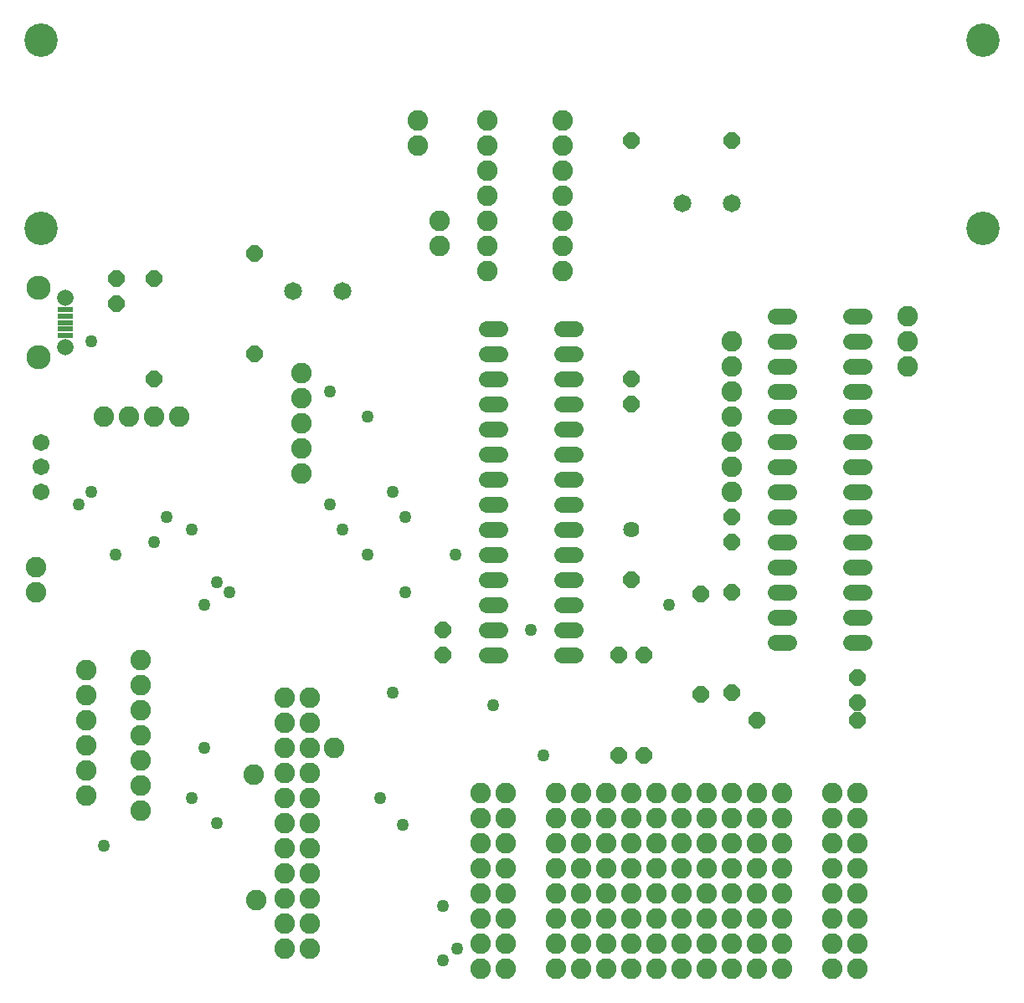
<source format=gts>
G04 EAGLE Gerber RS-274X export*
G75*
%MOMM*%
%FSLAX34Y34*%
%LPD*%
%INTop Soldermask*%
%IPPOS*%
%AMOC8*
5,1,8,0,0,1.08239X$1,22.5*%
G01*
%ADD10C,3.378200*%
%ADD11C,2.082800*%
%ADD12P,1.759533X8X292.500000*%
%ADD13C,1.625600*%
%ADD14P,1.759533X8X112.500000*%
%ADD15P,1.759533X8X22.500000*%
%ADD16P,1.759533X8X202.500000*%
%ADD17R,1.553200X0.603200*%
%ADD18C,1.662800*%
%ADD19C,2.453200*%
%ADD20C,1.812800*%
%ADD21C,1.712800*%
%ADD22C,1.625600*%
%ADD23C,1.261200*%


D10*
X25400Y965200D03*
X25400Y774700D03*
X977900Y965200D03*
X977900Y774700D03*
D11*
X20320Y406400D03*
X20320Y431800D03*
D12*
X622300Y622300D03*
X622300Y596900D03*
X431800Y368300D03*
X431800Y342900D03*
D13*
X622300Y469900D03*
D12*
X622300Y419100D03*
X723900Y482600D03*
X723900Y457200D03*
D11*
X406400Y858520D03*
X406400Y883920D03*
X723900Y558800D03*
X723900Y533400D03*
X723900Y508000D03*
X901700Y685800D03*
X901700Y660400D03*
X901700Y635000D03*
X427990Y756920D03*
X427990Y782320D03*
X242570Y95250D03*
X240030Y222250D03*
X321310Y248920D03*
X723900Y660400D03*
X723900Y635000D03*
X723900Y609600D03*
X723900Y584200D03*
D14*
X101600Y698500D03*
X101600Y723900D03*
D12*
X850900Y320040D03*
X850900Y294640D03*
D14*
X139700Y622300D03*
X139700Y723900D03*
D12*
X241300Y749300D03*
X241300Y647700D03*
X723900Y406400D03*
X723900Y304800D03*
X692150Y405130D03*
X692150Y303530D03*
D15*
X749300Y276860D03*
X850900Y276860D03*
D16*
X723900Y863600D03*
X622300Y863600D03*
D12*
X609600Y342900D03*
X609600Y241300D03*
X635000Y342900D03*
X635000Y241300D03*
D17*
X49860Y692450D03*
X49860Y685950D03*
X49860Y679450D03*
X49860Y672950D03*
X49860Y666450D03*
D18*
X49860Y704450D03*
X49860Y654450D03*
D19*
X22860Y714450D03*
X22860Y644450D03*
D20*
X723500Y800100D03*
X673500Y800100D03*
D11*
X476250Y883920D03*
X476250Y858520D03*
X476250Y833120D03*
X476250Y807720D03*
X476250Y782320D03*
X476250Y756920D03*
X476250Y731520D03*
X552450Y883920D03*
X552450Y858520D03*
X552450Y833120D03*
X552450Y807720D03*
X552450Y782320D03*
X552450Y756920D03*
X552450Y731520D03*
X297180Y45720D03*
X297180Y71120D03*
X297180Y96520D03*
X297180Y121920D03*
X297180Y147320D03*
X297180Y172720D03*
X297180Y198120D03*
X297180Y223520D03*
X297180Y248920D03*
X297180Y274320D03*
X297180Y299720D03*
X271780Y299720D03*
X271780Y274320D03*
X271780Y248920D03*
X271780Y223520D03*
X271780Y198120D03*
X271780Y172720D03*
X271780Y147320D03*
X271780Y121920D03*
X271780Y96520D03*
X271780Y71120D03*
X271780Y45720D03*
D21*
X25400Y558400D03*
X25400Y533400D03*
X25400Y508400D03*
D11*
X88900Y584200D03*
X114300Y584200D03*
X139700Y584200D03*
X165100Y584200D03*
D22*
X475488Y673100D02*
X489712Y673100D01*
X489712Y647700D02*
X475488Y647700D01*
X475488Y622300D02*
X489712Y622300D01*
X489712Y596900D02*
X475488Y596900D01*
X475488Y571500D02*
X489712Y571500D01*
X489712Y546100D02*
X475488Y546100D01*
X475488Y520700D02*
X489712Y520700D01*
X489712Y495300D02*
X475488Y495300D01*
X475488Y469900D02*
X489712Y469900D01*
X489712Y444500D02*
X475488Y444500D01*
X475488Y419100D02*
X489712Y419100D01*
X489712Y393700D02*
X475488Y393700D01*
X475488Y368300D02*
X489712Y368300D01*
X489712Y342900D02*
X475488Y342900D01*
X551688Y342900D02*
X565912Y342900D01*
X565912Y368300D02*
X551688Y368300D01*
X551688Y393700D02*
X565912Y393700D01*
X565912Y419100D02*
X551688Y419100D01*
X551688Y444500D02*
X565912Y444500D01*
X565912Y469900D02*
X551688Y469900D01*
X551688Y495300D02*
X565912Y495300D01*
X565912Y520700D02*
X551688Y520700D01*
X551688Y546100D02*
X565912Y546100D01*
X565912Y571500D02*
X551688Y571500D01*
X551688Y596900D02*
X565912Y596900D01*
X565912Y622300D02*
X551688Y622300D01*
X551688Y647700D02*
X565912Y647700D01*
X565912Y673100D02*
X551688Y673100D01*
D11*
X288290Y628650D03*
X288290Y603250D03*
X288290Y577850D03*
X288290Y552450D03*
X288290Y527050D03*
D20*
X329800Y711200D03*
X279800Y711200D03*
D11*
X71120Y327660D03*
X71120Y302260D03*
X71120Y276860D03*
X71120Y251460D03*
X71120Y226060D03*
X71120Y200660D03*
X125730Y337820D03*
X125730Y312420D03*
X125730Y287020D03*
X125730Y261620D03*
X125730Y236220D03*
X125730Y210820D03*
X125730Y185420D03*
D22*
X767588Y685800D02*
X781812Y685800D01*
X781812Y660400D02*
X767588Y660400D01*
X767588Y635000D02*
X781812Y635000D01*
X781812Y609600D02*
X767588Y609600D01*
X767588Y584200D02*
X781812Y584200D01*
X781812Y558800D02*
X767588Y558800D01*
X767588Y533400D02*
X781812Y533400D01*
X781812Y508000D02*
X767588Y508000D01*
X767588Y482600D02*
X781812Y482600D01*
X781812Y457200D02*
X767588Y457200D01*
X767588Y431800D02*
X781812Y431800D01*
X781812Y406400D02*
X767588Y406400D01*
X767588Y381000D02*
X781812Y381000D01*
X781812Y355600D02*
X767588Y355600D01*
X843788Y355600D02*
X858012Y355600D01*
X858012Y381000D02*
X843788Y381000D01*
X843788Y406400D02*
X858012Y406400D01*
X858012Y431800D02*
X843788Y431800D01*
X843788Y457200D02*
X858012Y457200D01*
X858012Y482600D02*
X843788Y482600D01*
X843788Y508000D02*
X858012Y508000D01*
X858012Y533400D02*
X843788Y533400D01*
X843788Y558800D02*
X858012Y558800D01*
X858012Y584200D02*
X843788Y584200D01*
X843788Y609600D02*
X858012Y609600D01*
X858012Y635000D02*
X843788Y635000D01*
X843788Y660400D02*
X858012Y660400D01*
X858012Y685800D02*
X843788Y685800D01*
D11*
X546100Y25400D03*
X546100Y50800D03*
X546100Y76200D03*
X546100Y101600D03*
X546100Y127000D03*
X546100Y152400D03*
X546100Y177800D03*
X546100Y203200D03*
X571500Y25400D03*
X571500Y50800D03*
X571500Y76200D03*
X571500Y101600D03*
X571500Y127000D03*
X571500Y152400D03*
X571500Y177800D03*
X571500Y203200D03*
X596900Y25400D03*
X596900Y50800D03*
X596900Y76200D03*
X596900Y101600D03*
X596900Y127000D03*
X596900Y152400D03*
X596900Y177800D03*
X596900Y203200D03*
X622300Y25400D03*
X622300Y50800D03*
X622300Y76200D03*
X622300Y101600D03*
X622300Y127000D03*
X622300Y152400D03*
X622300Y177800D03*
X622300Y203200D03*
X647700Y25400D03*
X647700Y50800D03*
X647700Y76200D03*
X647700Y101600D03*
X647700Y127000D03*
X647700Y152400D03*
X647700Y177800D03*
X647700Y203200D03*
X673100Y25400D03*
X673100Y50800D03*
X673100Y76200D03*
X673100Y101600D03*
X673100Y127000D03*
X673100Y152400D03*
X673100Y177800D03*
X673100Y203200D03*
X698500Y25400D03*
X698500Y50800D03*
X698500Y76200D03*
X698500Y101600D03*
X698500Y127000D03*
X698500Y152400D03*
X698500Y177800D03*
X698500Y203200D03*
X723900Y25400D03*
X723900Y50800D03*
X723900Y76200D03*
X723900Y101600D03*
X723900Y127000D03*
X723900Y152400D03*
X723900Y177800D03*
X723900Y203200D03*
X749300Y25400D03*
X749300Y50800D03*
X749300Y76200D03*
X749300Y101600D03*
X749300Y127000D03*
X749300Y152400D03*
X749300Y177800D03*
X749300Y203200D03*
X774700Y25400D03*
X774700Y50800D03*
X774700Y76200D03*
X774700Y101600D03*
X774700Y127000D03*
X774700Y152400D03*
X774700Y177800D03*
X774700Y203200D03*
X850900Y25400D03*
X850900Y50800D03*
X850900Y76200D03*
X850900Y101600D03*
X850900Y127000D03*
X850900Y152400D03*
X850900Y177800D03*
X850900Y203200D03*
X495300Y25400D03*
X495300Y50800D03*
X495300Y76200D03*
X495300Y101600D03*
X495300Y127000D03*
X495300Y152400D03*
X495300Y177800D03*
X495300Y203200D03*
X825500Y25400D03*
X825500Y50800D03*
X825500Y76200D03*
X825500Y101600D03*
X825500Y127000D03*
X825500Y152400D03*
X825500Y177800D03*
X825500Y203200D03*
X469900Y25400D03*
X469900Y50800D03*
X469900Y76200D03*
X469900Y101600D03*
X469900Y127000D03*
X469900Y152400D03*
X469900Y177800D03*
X469900Y203200D03*
D23*
X76200Y660400D03*
X533400Y241300D03*
X520700Y368300D03*
X445770Y45720D03*
X317500Y609600D03*
X317500Y495300D03*
X63500Y495300D03*
X76200Y508000D03*
X355600Y584200D03*
X355600Y444500D03*
X100330Y444500D03*
X139700Y457200D03*
X660400Y393700D03*
X431800Y88900D03*
X431800Y34290D03*
X330200Y469900D03*
X177800Y469900D03*
X177800Y198120D03*
X203200Y416560D03*
X203200Y172720D03*
X152400Y482600D03*
X444500Y444500D03*
X391160Y171450D03*
X368300Y198120D03*
X88900Y149860D03*
X190500Y393700D03*
X190500Y248920D03*
X482600Y292100D03*
X381000Y508000D03*
X381000Y304800D03*
X393700Y482600D03*
X393700Y406400D03*
X215900Y406400D03*
M02*

</source>
